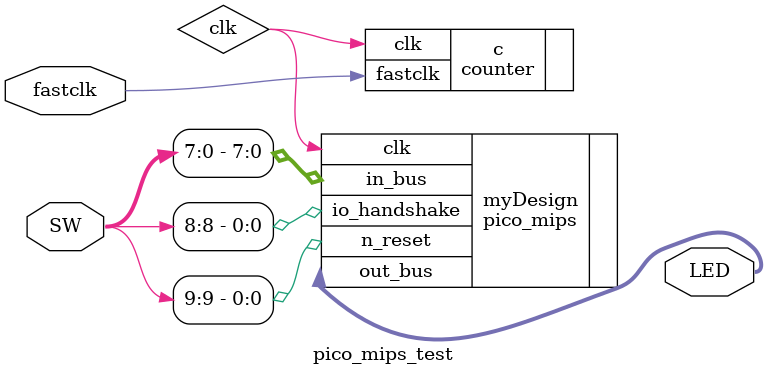
<source format=sv>


module pico_mips_test (
    input logic fastclk, // 50MHz Altera DE0 clock
    input logic [9:0] SW, // Switches SW0..SW9
    output logic [7:0] LED // LED
);

    logic clk; // slow clock, about 10Hz

    counter c (.fastclk(fastclk),.clk(clk)); // slow clk from counter

    pico_mips myDesign (
        .clk(clk),
        .n_reset(SW[9]),
        .io_handshake(SW[8]),
        .in_bus(SW[7:0]),
        .out_bus(LED)
    );
    
endmodule
</source>
